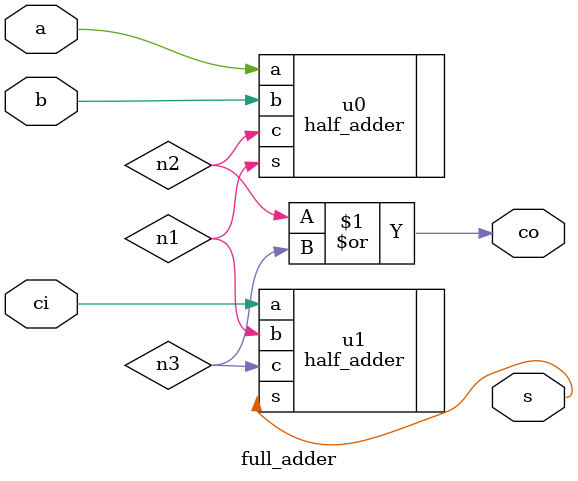
<source format=v>
`include "half_adder.v"
module full_adder(a,b,ci,s,co);//{
input a,b,ci;
output s,co;

	//Connection by position (Same order as half_adder.v ports)
	//half_adder u0(a,b,n1,n2);
	//half_adder u1(ci,n1,s,n3);

	//Connection by name (Independent of order)
	half_adder u0(.s(n1),
					.a(a),
					.b(b),
					.c(n2));
	half_adder u1(.a(ci),
				   .s(s),
				   .c(n3),
				   .b(n1)); //Read as half_adder.a, half_adder.b etc

	or(co,n2,n3);

endmodule//}

</source>
